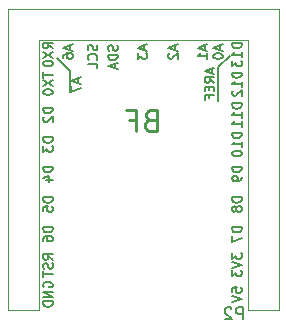
<source format=gbr>
G04 #@! TF.FileFunction,Legend,Bot*
%FSLAX46Y46*%
G04 Gerber Fmt 4.6, Leading zero omitted, Abs format (unit mm)*
G04 Created by KiCad (PCBNEW 4.0.6) date 04/10/19 18:14:00*
%MOMM*%
%LPD*%
G01*
G04 APERTURE LIST*
%ADD10C,0.100000*%
%ADD11C,0.250000*%
%ADD12C,0.150000*%
%ADD13C,0.120000*%
G04 APERTURE END LIST*
D10*
D11*
X152090857Y-73421429D02*
X151833714Y-73507143D01*
X151747999Y-73592857D01*
X151662285Y-73764286D01*
X151662285Y-74021429D01*
X151747999Y-74192857D01*
X151833714Y-74278571D01*
X152005142Y-74364286D01*
X152690857Y-74364286D01*
X152690857Y-72564286D01*
X152090857Y-72564286D01*
X151919428Y-72650000D01*
X151833714Y-72735714D01*
X151747999Y-72907143D01*
X151747999Y-73078571D01*
X151833714Y-73250000D01*
X151919428Y-73335714D01*
X152090857Y-73421429D01*
X152690857Y-73421429D01*
X150290857Y-73421429D02*
X150890857Y-73421429D01*
X150890857Y-74364286D02*
X150890857Y-72564286D01*
X150033714Y-72564286D01*
D12*
X145258000Y-69280000D02*
X144158000Y-68180000D01*
X145258000Y-69280000D02*
X145258000Y-71080000D01*
X158858000Y-67980000D02*
X157858000Y-68980000D01*
X157858000Y-68980000D02*
X157858000Y-71780000D01*
D13*
X140008000Y-89510000D02*
X140008000Y-63990000D01*
X140008000Y-63990000D02*
X162988000Y-63990000D01*
X162988000Y-89510000D02*
X162988000Y-63990000D01*
X160328000Y-89510000D02*
X160328000Y-66650000D01*
X160328000Y-66650000D02*
X142668000Y-66650000D01*
X142668000Y-89510000D02*
X142668000Y-66650000D01*
X142668000Y-89510000D02*
X142668000Y-82700000D01*
X162988000Y-89510000D02*
X160328000Y-89510000D01*
X140008000Y-89510000D02*
X142668000Y-89510000D01*
X162988000Y-67860000D02*
X162988000Y-66530000D01*
D12*
X159916095Y-90302381D02*
X159916095Y-89302381D01*
X159535142Y-89302381D01*
X159439904Y-89350000D01*
X159392285Y-89397619D01*
X159344666Y-89492857D01*
X159344666Y-89635714D01*
X159392285Y-89730952D01*
X159439904Y-89778571D01*
X159535142Y-89826190D01*
X159916095Y-89826190D01*
X158963714Y-89397619D02*
X158916095Y-89350000D01*
X158820857Y-89302381D01*
X158582761Y-89302381D01*
X158487523Y-89350000D01*
X158439904Y-89397619D01*
X158392285Y-89492857D01*
X158392285Y-89588095D01*
X158439904Y-89730952D01*
X159011333Y-90302381D01*
X158392285Y-90302381D01*
X145994333Y-69903572D02*
X145994333Y-70284524D01*
X146222905Y-69827381D02*
X145422905Y-70094048D01*
X146222905Y-70360715D01*
X145422905Y-70551191D02*
X145422905Y-71084524D01*
X146222905Y-70741667D01*
X157291333Y-69084762D02*
X157291333Y-69465714D01*
X157519905Y-69008571D02*
X156719905Y-69275238D01*
X157519905Y-69541905D01*
X157519905Y-70265714D02*
X157138952Y-69999047D01*
X157519905Y-69808571D02*
X156719905Y-69808571D01*
X156719905Y-70113333D01*
X156758000Y-70189524D01*
X156796095Y-70227619D01*
X156872286Y-70265714D01*
X156986571Y-70265714D01*
X157062762Y-70227619D01*
X157100857Y-70189524D01*
X157138952Y-70113333D01*
X157138952Y-69808571D01*
X157100857Y-70608571D02*
X157100857Y-70875238D01*
X157519905Y-70989524D02*
X157519905Y-70608571D01*
X156719905Y-70608571D01*
X156719905Y-70989524D01*
X157100857Y-71599048D02*
X157100857Y-71332381D01*
X157519905Y-71332381D02*
X156719905Y-71332381D01*
X156719905Y-71713334D01*
X143058000Y-87570477D02*
X143019905Y-87494286D01*
X143019905Y-87380001D01*
X143058000Y-87265715D01*
X143134190Y-87189524D01*
X143210381Y-87151429D01*
X143362762Y-87113334D01*
X143477048Y-87113334D01*
X143629429Y-87151429D01*
X143705619Y-87189524D01*
X143781810Y-87265715D01*
X143819905Y-87380001D01*
X143819905Y-87456191D01*
X143781810Y-87570477D01*
X143743714Y-87608572D01*
X143477048Y-87608572D01*
X143477048Y-87456191D01*
X143819905Y-87951429D02*
X143019905Y-87951429D01*
X143819905Y-88408572D01*
X143019905Y-88408572D01*
X143819905Y-88789524D02*
X143019905Y-88789524D01*
X143019905Y-88980000D01*
X143058000Y-89094286D01*
X143134190Y-89170477D01*
X143210381Y-89208572D01*
X143362762Y-89246667D01*
X143477048Y-89246667D01*
X143629429Y-89208572D01*
X143705619Y-89170477D01*
X143781810Y-89094286D01*
X143819905Y-88980000D01*
X143819905Y-88789524D01*
X143819905Y-85241905D02*
X143438952Y-84975238D01*
X143819905Y-84784762D02*
X143019905Y-84784762D01*
X143019905Y-85089524D01*
X143058000Y-85165715D01*
X143096095Y-85203810D01*
X143172286Y-85241905D01*
X143286571Y-85241905D01*
X143362762Y-85203810D01*
X143400857Y-85165715D01*
X143438952Y-85089524D01*
X143438952Y-84784762D01*
X143781810Y-85546667D02*
X143819905Y-85660953D01*
X143819905Y-85851429D01*
X143781810Y-85927619D01*
X143743714Y-85965715D01*
X143667524Y-86003810D01*
X143591333Y-86003810D01*
X143515143Y-85965715D01*
X143477048Y-85927619D01*
X143438952Y-85851429D01*
X143400857Y-85699048D01*
X143362762Y-85622857D01*
X143324667Y-85584762D01*
X143248476Y-85546667D01*
X143172286Y-85546667D01*
X143096095Y-85584762D01*
X143058000Y-85622857D01*
X143019905Y-85699048D01*
X143019905Y-85889524D01*
X143058000Y-86003810D01*
X143019905Y-86232381D02*
X143019905Y-86689524D01*
X143819905Y-86460953D02*
X143019905Y-86460953D01*
X143819905Y-82489524D02*
X143019905Y-82489524D01*
X143019905Y-82680000D01*
X143058000Y-82794286D01*
X143134190Y-82870477D01*
X143210381Y-82908572D01*
X143362762Y-82946667D01*
X143477048Y-82946667D01*
X143629429Y-82908572D01*
X143705619Y-82870477D01*
X143781810Y-82794286D01*
X143819905Y-82680000D01*
X143819905Y-82489524D01*
X143019905Y-83632381D02*
X143019905Y-83480000D01*
X143058000Y-83403810D01*
X143096095Y-83365715D01*
X143210381Y-83289524D01*
X143362762Y-83251429D01*
X143667524Y-83251429D01*
X143743714Y-83289524D01*
X143781810Y-83327619D01*
X143819905Y-83403810D01*
X143819905Y-83556191D01*
X143781810Y-83632381D01*
X143743714Y-83670477D01*
X143667524Y-83708572D01*
X143477048Y-83708572D01*
X143400857Y-83670477D01*
X143362762Y-83632381D01*
X143324667Y-83556191D01*
X143324667Y-83403810D01*
X143362762Y-83327619D01*
X143400857Y-83289524D01*
X143477048Y-83251429D01*
X143819905Y-79989524D02*
X143019905Y-79989524D01*
X143019905Y-80180000D01*
X143058000Y-80294286D01*
X143134190Y-80370477D01*
X143210381Y-80408572D01*
X143362762Y-80446667D01*
X143477048Y-80446667D01*
X143629429Y-80408572D01*
X143705619Y-80370477D01*
X143781810Y-80294286D01*
X143819905Y-80180000D01*
X143819905Y-79989524D01*
X143019905Y-81170477D02*
X143019905Y-80789524D01*
X143400857Y-80751429D01*
X143362762Y-80789524D01*
X143324667Y-80865715D01*
X143324667Y-81056191D01*
X143362762Y-81132381D01*
X143400857Y-81170477D01*
X143477048Y-81208572D01*
X143667524Y-81208572D01*
X143743714Y-81170477D01*
X143781810Y-81132381D01*
X143819905Y-81056191D01*
X143819905Y-80865715D01*
X143781810Y-80789524D01*
X143743714Y-80751429D01*
X143819905Y-77389524D02*
X143019905Y-77389524D01*
X143019905Y-77580000D01*
X143058000Y-77694286D01*
X143134190Y-77770477D01*
X143210381Y-77808572D01*
X143362762Y-77846667D01*
X143477048Y-77846667D01*
X143629429Y-77808572D01*
X143705619Y-77770477D01*
X143781810Y-77694286D01*
X143819905Y-77580000D01*
X143819905Y-77389524D01*
X143286571Y-78532381D02*
X143819905Y-78532381D01*
X142981810Y-78341905D02*
X143553238Y-78151429D01*
X143553238Y-78646667D01*
X143819905Y-74889524D02*
X143019905Y-74889524D01*
X143019905Y-75080000D01*
X143058000Y-75194286D01*
X143134190Y-75270477D01*
X143210381Y-75308572D01*
X143362762Y-75346667D01*
X143477048Y-75346667D01*
X143629429Y-75308572D01*
X143705619Y-75270477D01*
X143781810Y-75194286D01*
X143819905Y-75080000D01*
X143819905Y-74889524D01*
X143019905Y-75613334D02*
X143019905Y-76108572D01*
X143324667Y-75841905D01*
X143324667Y-75956191D01*
X143362762Y-76032381D01*
X143400857Y-76070477D01*
X143477048Y-76108572D01*
X143667524Y-76108572D01*
X143743714Y-76070477D01*
X143781810Y-76032381D01*
X143819905Y-75956191D01*
X143819905Y-75727619D01*
X143781810Y-75651429D01*
X143743714Y-75613334D01*
X143819905Y-72389524D02*
X143019905Y-72389524D01*
X143019905Y-72580000D01*
X143058000Y-72694286D01*
X143134190Y-72770477D01*
X143210381Y-72808572D01*
X143362762Y-72846667D01*
X143477048Y-72846667D01*
X143629429Y-72808572D01*
X143705619Y-72770477D01*
X143781810Y-72694286D01*
X143819905Y-72580000D01*
X143819905Y-72389524D01*
X143096095Y-73151429D02*
X143058000Y-73189524D01*
X143019905Y-73265715D01*
X143019905Y-73456191D01*
X143058000Y-73532381D01*
X143096095Y-73570477D01*
X143172286Y-73608572D01*
X143248476Y-73608572D01*
X143362762Y-73570477D01*
X143819905Y-73113334D01*
X143819905Y-73608572D01*
X143019905Y-69389523D02*
X143019905Y-69846666D01*
X143819905Y-69618095D02*
X143019905Y-69618095D01*
X143019905Y-70037143D02*
X143819905Y-70570476D01*
X143019905Y-70570476D02*
X143819905Y-70037143D01*
X143019905Y-71027619D02*
X143019905Y-71103810D01*
X143058000Y-71180000D01*
X143096095Y-71218095D01*
X143172286Y-71256191D01*
X143324667Y-71294286D01*
X143515143Y-71294286D01*
X143667524Y-71256191D01*
X143743714Y-71218095D01*
X143781810Y-71180000D01*
X143819905Y-71103810D01*
X143819905Y-71027619D01*
X143781810Y-70951429D01*
X143743714Y-70913333D01*
X143667524Y-70875238D01*
X143515143Y-70837143D01*
X143324667Y-70837143D01*
X143172286Y-70875238D01*
X143096095Y-70913333D01*
X143058000Y-70951429D01*
X143019905Y-71027619D01*
X143819905Y-67365714D02*
X143438952Y-67099047D01*
X143819905Y-66908571D02*
X143019905Y-66908571D01*
X143019905Y-67213333D01*
X143058000Y-67289524D01*
X143096095Y-67327619D01*
X143172286Y-67365714D01*
X143286571Y-67365714D01*
X143362762Y-67327619D01*
X143400857Y-67289524D01*
X143438952Y-67213333D01*
X143438952Y-66908571D01*
X143019905Y-67632381D02*
X143819905Y-68165714D01*
X143019905Y-68165714D02*
X143819905Y-67632381D01*
X143019905Y-68622857D02*
X143019905Y-68699048D01*
X143058000Y-68775238D01*
X143096095Y-68813333D01*
X143172286Y-68851429D01*
X143324667Y-68889524D01*
X143515143Y-68889524D01*
X143667524Y-68851429D01*
X143743714Y-68813333D01*
X143781810Y-68775238D01*
X143819905Y-68699048D01*
X143819905Y-68622857D01*
X143781810Y-68546667D01*
X143743714Y-68508571D01*
X143667524Y-68470476D01*
X143515143Y-68432381D01*
X143324667Y-68432381D01*
X143172286Y-68470476D01*
X143096095Y-68508571D01*
X143058000Y-68546667D01*
X143019905Y-68622857D01*
X145291333Y-67108572D02*
X145291333Y-67489524D01*
X145519905Y-67032381D02*
X144719905Y-67299048D01*
X145519905Y-67565715D01*
X144719905Y-68175238D02*
X144719905Y-68022857D01*
X144758000Y-67946667D01*
X144796095Y-67908572D01*
X144910381Y-67832381D01*
X145062762Y-67794286D01*
X145367524Y-67794286D01*
X145443714Y-67832381D01*
X145481810Y-67870476D01*
X145519905Y-67946667D01*
X145519905Y-68099048D01*
X145481810Y-68175238D01*
X145443714Y-68213334D01*
X145367524Y-68251429D01*
X145177048Y-68251429D01*
X145100857Y-68213334D01*
X145062762Y-68175238D01*
X145024667Y-68099048D01*
X145024667Y-67946667D01*
X145062762Y-67870476D01*
X145100857Y-67832381D01*
X145177048Y-67794286D01*
X147584810Y-67072619D02*
X147622905Y-67186905D01*
X147622905Y-67377381D01*
X147584810Y-67453571D01*
X147546714Y-67491667D01*
X147470524Y-67529762D01*
X147394333Y-67529762D01*
X147318143Y-67491667D01*
X147280048Y-67453571D01*
X147241952Y-67377381D01*
X147203857Y-67225000D01*
X147165762Y-67148809D01*
X147127667Y-67110714D01*
X147051476Y-67072619D01*
X146975286Y-67072619D01*
X146899095Y-67110714D01*
X146861000Y-67148809D01*
X146822905Y-67225000D01*
X146822905Y-67415476D01*
X146861000Y-67529762D01*
X147546714Y-68329762D02*
X147584810Y-68291667D01*
X147622905Y-68177381D01*
X147622905Y-68101191D01*
X147584810Y-67986905D01*
X147508619Y-67910714D01*
X147432429Y-67872619D01*
X147280048Y-67834524D01*
X147165762Y-67834524D01*
X147013381Y-67872619D01*
X146937190Y-67910714D01*
X146861000Y-67986905D01*
X146822905Y-68101191D01*
X146822905Y-68177381D01*
X146861000Y-68291667D01*
X146899095Y-68329762D01*
X147622905Y-69053572D02*
X147622905Y-68672619D01*
X146822905Y-68672619D01*
X149281810Y-67108572D02*
X149319905Y-67222858D01*
X149319905Y-67413334D01*
X149281810Y-67489524D01*
X149243714Y-67527620D01*
X149167524Y-67565715D01*
X149091333Y-67565715D01*
X149015143Y-67527620D01*
X148977048Y-67489524D01*
X148938952Y-67413334D01*
X148900857Y-67260953D01*
X148862762Y-67184762D01*
X148824667Y-67146667D01*
X148748476Y-67108572D01*
X148672286Y-67108572D01*
X148596095Y-67146667D01*
X148558000Y-67184762D01*
X148519905Y-67260953D01*
X148519905Y-67451429D01*
X148558000Y-67565715D01*
X149319905Y-67908572D02*
X148519905Y-67908572D01*
X148519905Y-68099048D01*
X148558000Y-68213334D01*
X148634190Y-68289525D01*
X148710381Y-68327620D01*
X148862762Y-68365715D01*
X148977048Y-68365715D01*
X149129429Y-68327620D01*
X149205619Y-68289525D01*
X149281810Y-68213334D01*
X149319905Y-68099048D01*
X149319905Y-67908572D01*
X149091333Y-68670477D02*
X149091333Y-69051429D01*
X149319905Y-68594286D02*
X148519905Y-68860953D01*
X149319905Y-69127620D01*
X151591333Y-67108572D02*
X151591333Y-67489524D01*
X151819905Y-67032381D02*
X151019905Y-67299048D01*
X151819905Y-67565715D01*
X151019905Y-67756191D02*
X151019905Y-68251429D01*
X151324667Y-67984762D01*
X151324667Y-68099048D01*
X151362762Y-68175238D01*
X151400857Y-68213334D01*
X151477048Y-68251429D01*
X151667524Y-68251429D01*
X151743714Y-68213334D01*
X151781810Y-68175238D01*
X151819905Y-68099048D01*
X151819905Y-67870476D01*
X151781810Y-67794286D01*
X151743714Y-67756191D01*
X154191333Y-67108572D02*
X154191333Y-67489524D01*
X154419905Y-67032381D02*
X153619905Y-67299048D01*
X154419905Y-67565715D01*
X153696095Y-67794286D02*
X153658000Y-67832381D01*
X153619905Y-67908572D01*
X153619905Y-68099048D01*
X153658000Y-68175238D01*
X153696095Y-68213334D01*
X153772286Y-68251429D01*
X153848476Y-68251429D01*
X153962762Y-68213334D01*
X154419905Y-67756191D01*
X154419905Y-68251429D01*
X156691333Y-67108572D02*
X156691333Y-67489524D01*
X156919905Y-67032381D02*
X156119905Y-67299048D01*
X156919905Y-67565715D01*
X156919905Y-68251429D02*
X156919905Y-67794286D01*
X156919905Y-68022857D02*
X156119905Y-68022857D01*
X156234190Y-67946667D01*
X156310381Y-67870476D01*
X156348476Y-67794286D01*
X157991333Y-67108572D02*
X157991333Y-67489524D01*
X158219905Y-67032381D02*
X157419905Y-67299048D01*
X158219905Y-67565715D01*
X157419905Y-67984762D02*
X157419905Y-68060953D01*
X157458000Y-68137143D01*
X157496095Y-68175238D01*
X157572286Y-68213334D01*
X157724667Y-68251429D01*
X157915143Y-68251429D01*
X158067524Y-68213334D01*
X158143714Y-68175238D01*
X158181810Y-68137143D01*
X158219905Y-68060953D01*
X158219905Y-67984762D01*
X158181810Y-67908572D01*
X158143714Y-67870476D01*
X158067524Y-67832381D01*
X157915143Y-67794286D01*
X157724667Y-67794286D01*
X157572286Y-67832381D01*
X157496095Y-67870476D01*
X157458000Y-67908572D01*
X157419905Y-67984762D01*
X159819905Y-66908571D02*
X159019905Y-66908571D01*
X159019905Y-67099047D01*
X159058000Y-67213333D01*
X159134190Y-67289524D01*
X159210381Y-67327619D01*
X159362762Y-67365714D01*
X159477048Y-67365714D01*
X159629429Y-67327619D01*
X159705619Y-67289524D01*
X159781810Y-67213333D01*
X159819905Y-67099047D01*
X159819905Y-66908571D01*
X159819905Y-68127619D02*
X159819905Y-67670476D01*
X159819905Y-67899047D02*
X159019905Y-67899047D01*
X159134190Y-67822857D01*
X159210381Y-67746666D01*
X159248476Y-67670476D01*
X159019905Y-68394286D02*
X159019905Y-68889524D01*
X159324667Y-68622857D01*
X159324667Y-68737143D01*
X159362762Y-68813333D01*
X159400857Y-68851429D01*
X159477048Y-68889524D01*
X159667524Y-68889524D01*
X159743714Y-68851429D01*
X159781810Y-68813333D01*
X159819905Y-68737143D01*
X159819905Y-68508571D01*
X159781810Y-68432381D01*
X159743714Y-68394286D01*
X159819905Y-69408571D02*
X159019905Y-69408571D01*
X159019905Y-69599047D01*
X159058000Y-69713333D01*
X159134190Y-69789524D01*
X159210381Y-69827619D01*
X159362762Y-69865714D01*
X159477048Y-69865714D01*
X159629429Y-69827619D01*
X159705619Y-69789524D01*
X159781810Y-69713333D01*
X159819905Y-69599047D01*
X159819905Y-69408571D01*
X159819905Y-70627619D02*
X159819905Y-70170476D01*
X159819905Y-70399047D02*
X159019905Y-70399047D01*
X159134190Y-70322857D01*
X159210381Y-70246666D01*
X159248476Y-70170476D01*
X159096095Y-70932381D02*
X159058000Y-70970476D01*
X159019905Y-71046667D01*
X159019905Y-71237143D01*
X159058000Y-71313333D01*
X159096095Y-71351429D01*
X159172286Y-71389524D01*
X159248476Y-71389524D01*
X159362762Y-71351429D01*
X159819905Y-70894286D01*
X159819905Y-71389524D01*
X159819905Y-72008571D02*
X159019905Y-72008571D01*
X159019905Y-72199047D01*
X159058000Y-72313333D01*
X159134190Y-72389524D01*
X159210381Y-72427619D01*
X159362762Y-72465714D01*
X159477048Y-72465714D01*
X159629429Y-72427619D01*
X159705619Y-72389524D01*
X159781810Y-72313333D01*
X159819905Y-72199047D01*
X159819905Y-72008571D01*
X159819905Y-73227619D02*
X159819905Y-72770476D01*
X159819905Y-72999047D02*
X159019905Y-72999047D01*
X159134190Y-72922857D01*
X159210381Y-72846666D01*
X159248476Y-72770476D01*
X159819905Y-73989524D02*
X159819905Y-73532381D01*
X159819905Y-73760952D02*
X159019905Y-73760952D01*
X159134190Y-73684762D01*
X159210381Y-73608571D01*
X159248476Y-73532381D01*
X159819905Y-74508571D02*
X159019905Y-74508571D01*
X159019905Y-74699047D01*
X159058000Y-74813333D01*
X159134190Y-74889524D01*
X159210381Y-74927619D01*
X159362762Y-74965714D01*
X159477048Y-74965714D01*
X159629429Y-74927619D01*
X159705619Y-74889524D01*
X159781810Y-74813333D01*
X159819905Y-74699047D01*
X159819905Y-74508571D01*
X159819905Y-75727619D02*
X159819905Y-75270476D01*
X159819905Y-75499047D02*
X159019905Y-75499047D01*
X159134190Y-75422857D01*
X159210381Y-75346666D01*
X159248476Y-75270476D01*
X159019905Y-76222857D02*
X159019905Y-76299048D01*
X159058000Y-76375238D01*
X159096095Y-76413333D01*
X159172286Y-76451429D01*
X159324667Y-76489524D01*
X159515143Y-76489524D01*
X159667524Y-76451429D01*
X159743714Y-76413333D01*
X159781810Y-76375238D01*
X159819905Y-76299048D01*
X159819905Y-76222857D01*
X159781810Y-76146667D01*
X159743714Y-76108571D01*
X159667524Y-76070476D01*
X159515143Y-76032381D01*
X159324667Y-76032381D01*
X159172286Y-76070476D01*
X159096095Y-76108571D01*
X159058000Y-76146667D01*
X159019905Y-76222857D01*
X159819905Y-77389524D02*
X159019905Y-77389524D01*
X159019905Y-77580000D01*
X159058000Y-77694286D01*
X159134190Y-77770477D01*
X159210381Y-77808572D01*
X159362762Y-77846667D01*
X159477048Y-77846667D01*
X159629429Y-77808572D01*
X159705619Y-77770477D01*
X159781810Y-77694286D01*
X159819905Y-77580000D01*
X159819905Y-77389524D01*
X159819905Y-78227619D02*
X159819905Y-78380000D01*
X159781810Y-78456191D01*
X159743714Y-78494286D01*
X159629429Y-78570477D01*
X159477048Y-78608572D01*
X159172286Y-78608572D01*
X159096095Y-78570477D01*
X159058000Y-78532381D01*
X159019905Y-78456191D01*
X159019905Y-78303810D01*
X159058000Y-78227619D01*
X159096095Y-78189524D01*
X159172286Y-78151429D01*
X159362762Y-78151429D01*
X159438952Y-78189524D01*
X159477048Y-78227619D01*
X159515143Y-78303810D01*
X159515143Y-78456191D01*
X159477048Y-78532381D01*
X159438952Y-78570477D01*
X159362762Y-78608572D01*
X159819905Y-79989524D02*
X159019905Y-79989524D01*
X159019905Y-80180000D01*
X159058000Y-80294286D01*
X159134190Y-80370477D01*
X159210381Y-80408572D01*
X159362762Y-80446667D01*
X159477048Y-80446667D01*
X159629429Y-80408572D01*
X159705619Y-80370477D01*
X159781810Y-80294286D01*
X159819905Y-80180000D01*
X159819905Y-79989524D01*
X159362762Y-80903810D02*
X159324667Y-80827619D01*
X159286571Y-80789524D01*
X159210381Y-80751429D01*
X159172286Y-80751429D01*
X159096095Y-80789524D01*
X159058000Y-80827619D01*
X159019905Y-80903810D01*
X159019905Y-81056191D01*
X159058000Y-81132381D01*
X159096095Y-81170477D01*
X159172286Y-81208572D01*
X159210381Y-81208572D01*
X159286571Y-81170477D01*
X159324667Y-81132381D01*
X159362762Y-81056191D01*
X159362762Y-80903810D01*
X159400857Y-80827619D01*
X159438952Y-80789524D01*
X159515143Y-80751429D01*
X159667524Y-80751429D01*
X159743714Y-80789524D01*
X159781810Y-80827619D01*
X159819905Y-80903810D01*
X159819905Y-81056191D01*
X159781810Y-81132381D01*
X159743714Y-81170477D01*
X159667524Y-81208572D01*
X159515143Y-81208572D01*
X159438952Y-81170477D01*
X159400857Y-81132381D01*
X159362762Y-81056191D01*
X159819905Y-82489524D02*
X159019905Y-82489524D01*
X159019905Y-82680000D01*
X159058000Y-82794286D01*
X159134190Y-82870477D01*
X159210381Y-82908572D01*
X159362762Y-82946667D01*
X159477048Y-82946667D01*
X159629429Y-82908572D01*
X159705619Y-82870477D01*
X159781810Y-82794286D01*
X159819905Y-82680000D01*
X159819905Y-82489524D01*
X159019905Y-83213334D02*
X159019905Y-83746667D01*
X159819905Y-83403810D01*
X159019905Y-84689524D02*
X159019905Y-85184762D01*
X159324667Y-84918095D01*
X159324667Y-85032381D01*
X159362762Y-85108571D01*
X159400857Y-85146667D01*
X159477048Y-85184762D01*
X159667524Y-85184762D01*
X159743714Y-85146667D01*
X159781810Y-85108571D01*
X159819905Y-85032381D01*
X159819905Y-84803809D01*
X159781810Y-84727619D01*
X159743714Y-84689524D01*
X159019905Y-85413333D02*
X159819905Y-85680000D01*
X159019905Y-85946667D01*
X159019905Y-86137143D02*
X159019905Y-86632381D01*
X159324667Y-86365714D01*
X159324667Y-86480000D01*
X159362762Y-86556190D01*
X159400857Y-86594286D01*
X159477048Y-86632381D01*
X159667524Y-86632381D01*
X159743714Y-86594286D01*
X159781810Y-86556190D01*
X159819905Y-86480000D01*
X159819905Y-86251428D01*
X159781810Y-86175238D01*
X159743714Y-86137143D01*
X159019905Y-88027620D02*
X159019905Y-87646667D01*
X159400857Y-87608572D01*
X159362762Y-87646667D01*
X159324667Y-87722858D01*
X159324667Y-87913334D01*
X159362762Y-87989524D01*
X159400857Y-88027620D01*
X159477048Y-88065715D01*
X159667524Y-88065715D01*
X159743714Y-88027620D01*
X159781810Y-87989524D01*
X159819905Y-87913334D01*
X159819905Y-87722858D01*
X159781810Y-87646667D01*
X159743714Y-87608572D01*
X159019905Y-88294286D02*
X159819905Y-88560953D01*
X159019905Y-88827620D01*
M02*

</source>
